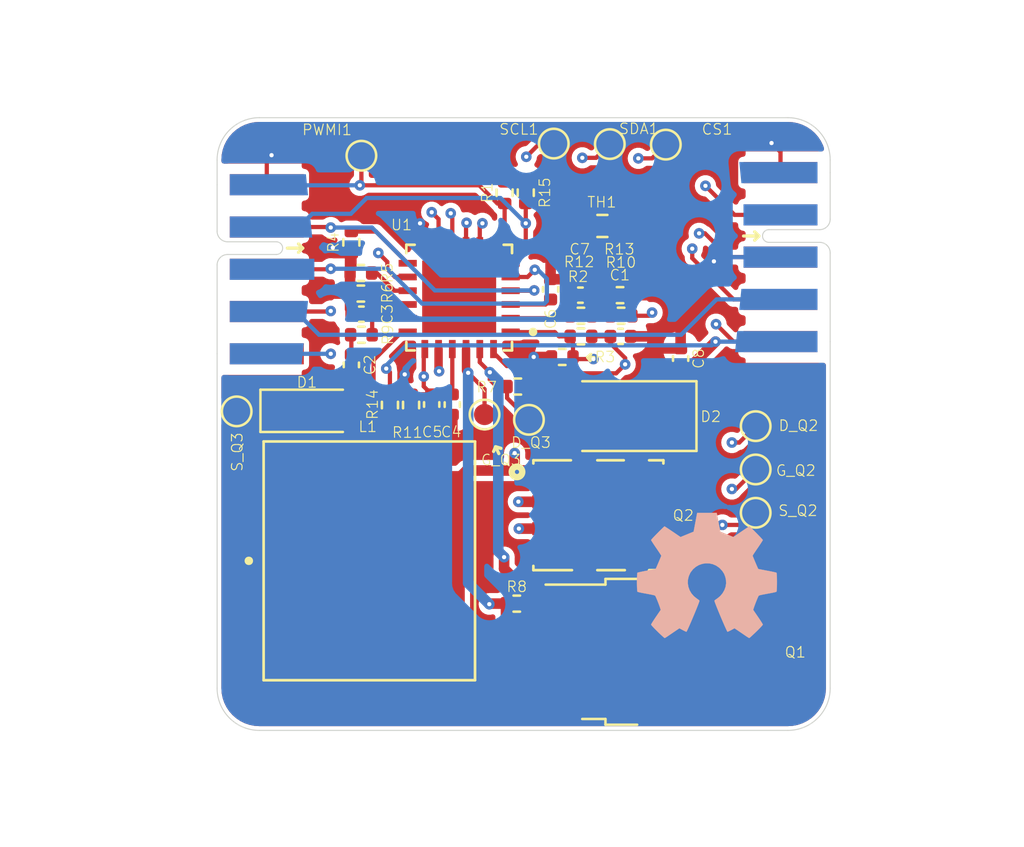
<source format=kicad_pcb>
(kicad_pcb (version 20221018) (generator pcbnew)
  (layers (0 "F.Cu" signal) (1 "In1.Cu" signal) (2 "In2.Cu" signal) (31 "B.Cu" signal) (34 "B.Paste" user) (35 "F.Paste" user) (36 "B.SilkS" user "B.Silkscreen") (37 "F.SilkS" user "F.Silkscreen") (38 "B.Mask" user) (39 "F.Mask" user) (44 "Edge.Cuts" user))
  (net 0 "")
  (net 1 "Net-(U1-COMP)")
  (net 2 "Net-(U1-LDO5)")
  (net 3 "Net-(Q2-S)")
  (net 4 "Net-(U1-LDO1V8)")
  (net 5 "Net-(U1-LDO3V3)")
  (net 6 "GND")
  (net 7 "/implementation/SDA")
  (net 8 "/implementation/SCL")
  (net 9 "/implementation/Enable")
  (net 10 "/implementation/PWMI")
  (net 11 "/implementation/VIN")
  (net 12 "/implementation/CH1")
  (net 13 "/implementation/CH2")
  (net 14 "/implementation/CH3")
  (net 15 "/implementation/CH4")
  (net 16 "/implementation/common_Anode")
  (net 17 "/implementation/Fault")
  (net 18 "Net-(C2-Pad1)")
  (net 19 "Net-(D1-K)")
  (net 21 "Net-(R10-Pad2)")
  (net 23 "Net-(D2-A)")
  (net 26 "3.3V")
  (net 27 "Net-(Q1-D)")
  (net 28 "Net-(Q1-G)")
  (net 29 "Net-(Q2-G)")
  (net 30 "Net-(U1-ISET)")
  (net 31 "Net-(U1-FSW)")
  (net 32 "Net-(U1-SLOPE)")
  (net 33 "Net-(U1-TSNS)")
  (net 34 "Net-(U1-VFB)")
  (footprint "Capacitor_SMD:C_0402_1005Metric" (layer "F.Cu") (at 150.15 103.575 -90)
    (fp_text reference "C5")
    (fp_text value "C_Small")
  )
  (footprint "Resistor_SMD:R_0402_1005Metric" (layer "F.Cu") (at 149.175 103.6 -90)
    (fp_text reference "R11")
    (fp_text value "R_Small")
  )
  (footprint "Capacitor_SMD:C_0402_1005Metric" (layer "F.Cu") (at 146.825 99.3 180)
    (fp_text reference "C3")
    (fp_text value "C_Small")
  )
  (footprint "on_edge:on_edge_2x05_host" (layer "F.Cu") (at 169 96.6 -90)
    (fp_text reference "J2")
    (fp_text value "011_GPIO")
    (fp_line (start -4 0) (end -1.8 0) (stroke (width 0.05)) (layer "Edge.Cuts"))
    (fp_line (start -1.3 0.5) (end -1.3 2.9) (stroke (width 0.05)) (layer "Edge.Cuts"))
    (fp_line (start -0.7 2.9) (end -0.7 0.5) (stroke (width 0.05)) (layer "Edge.Cuts"))
    (fp_line (start -0.2 0) (end 4 0) (stroke (width 0.05)) (layer "Edge.Cuts"))
    (fp_arc (start -1.8 0) (mid -1.446447 0.146447) (end -1.3 0.5) (stroke (width 0.05)) (layer "Edge.Cuts"))
    (fp_arc (start -0.7 0.5) (mid -0.553553 0.146447) (end -0.2 0) (stroke (width 0.05)) (layer "Edge.Cuts"))
    (fp_arc (start -0.7 2.9) (mid -1 3.2) (end -1.3 2.9) (stroke (width 0.05)) (layer "Edge.Cuts"))
  )
  (footprint "TestPoint:TestPoint_Pad_D1.0mm" (layer "F.Cu") (at 152.65 104.05)
    (fp_text reference "G_Q3")
    (fp_text value "TestPoint")
  )
  (footprint "TestPoint:TestPoint_Pad_D1.0mm" (layer "F.Cu") (at 165.475 104.6)
    (fp_text reference "D_Q2")
    (fp_text value "TestPoint")
  )
  (footprint "TestPoint:TestPoint_Pad_D1.0mm" (layer "F.Cu") (at 165.475 108.7)
    (fp_text reference "S_Q2")
    (fp_text value "TestPoint")
  )
  (footprint "Resistor_SMD:R_0402_1005Metric" (layer "F.Cu") (at 154.175 113)
    (fp_text reference "R8")
    (fp_text value "R_Small")
  )
  (footprint "Resistor_SMD:R_0402_1005Metric" (layer "F.Cu") (at 146.825 100.275)
    (fp_text reference "R9")
    (fp_text value "R_Small")
  )
  (footprint "Resistor_SMD:R_0402_1005Metric" (layer "F.Cu") (at 159.11 99.375 180)
    (fp_text reference "R10")
    (fp_text value "2kΩ")
  )
  (footprint "TestPoint:TestPoint_Pad_D1.0mm" (layer "F.Cu") (at 161.225 91.275)
    (fp_text reference "CS1")
    (fp_text value "TestPoint")
  )
  (footprint "Package_TO_SOT_SMD:TO-252-3_TabPin2" (layer "F.Cu") (at 160.84 115.28)
    (fp_text reference "Q1")
    (fp_text value "Q_PMOS_DGS")
  )
  (footprint "Capacitor_SMD:C_0402_1005Metric" (layer "F.Cu") (at 155.775 98.125 90)
    (fp_text reference "C6")
    (fp_text value "1uF")
  )
  (footprint "led_treiber_edgy:IND_XGL1010-332MED" (layer "F.Cu") (at 147.2 110.975)
    (fp_text reference "L1")
    (fp_text value "15uH")
  )
  (footprint "Resistor_SMD:R_0402_1005Metric" (layer "F.Cu") (at 159.06 98.4)
    (fp_text reference "R13")
    (fp_text value "1.1kΩ")
  )
  (footprint "Resistor_SMD:R_0402_1005Metric" (layer "F.Cu") (at 153.6 93.55 -90)
    (fp_text reference "R1")
    (fp_text value "R_Small")
  )
  (footprint "TestPoint:TestPoint_Pad_D1.0mm" (layer "F.Cu") (at 146.825 91.8)
    (fp_text reference "PWMI1")
    (fp_text value "TestPoint")
  )
  (footprint "Capacitor_SMD:C_0402_1005Metric" (layer "F.Cu") (at 161.925 101.4 90)
    (fp_text reference "C8")
    (fp_text value "10uF")
  )
  (footprint "on_edge:on_edge_2x05_device" (layer "F.Cu") (at 140 97.175 -90)
    (fp_text reference "J1")
    (fp_text value "001_I2C")
    (fp_line (start -4 0) (end -1.8 0) (stroke (width 0.05)) (layer "Edge.Cuts"))
    (fp_line (start -1.3 -2.8) (end -1.3 -0.5) (stroke (width 0.05)) (layer "Edge.Cuts"))
    (fp_line (start -0.7 -0.5) (end -0.7 -2.8) (stroke (width 0.05)) (layer "Edge.Cuts"))
    (fp_line (start -0.2 0) (end 4 0) (stroke (width 0.05)) (layer "Edge.Cuts"))
    (fp_arc (start -1.3 -2.8) (mid -1 -3.1) (end -0.7 -2.8) (stroke (width 0.05)) (layer "Edge.Cuts"))
    (fp_arc (start -1.3 -0.5) (mid -1.446447 -0.146447) (end -1.8 0) (stroke (width 0.05)) (layer "Edge.Cuts"))
    (fp_arc (start -0.2 0) (mid -0.553553 -0.146447) (end -0.7 -0.5) (stroke (width 0.05)) (layer "Edge.Cuts"))
  )
  (footprint "TestPoint:TestPoint_Pad_D1.0mm" (layer "F.Cu") (at 158.575 91.25)
    (fp_text reference "SDA1")
    (fp_text value "TestPoint")
  )
  (footprint "Resistor_SMD:R_0402_1005Metric" (layer "F.Cu") (at 146.8 97.35)
    (fp_text reference "R5")
    (fp_text value "62kΩ")
  )
  (footprint "Resistor_SMD:R_0402_1005Metric" (layer "F.Cu") (at 156.325 101.325)
    (fp_text reference "R3")
    (fp_text value "R_Small")
  )
  (footprint "Resistor_SMD:R_0402_1005Metric" (layer "F.Cu") (at 148.175 103.6 -90)
    (fp_text reference "R14")
    (fp_text value "R_Small")
  )
  (footprint "Capacitor_SMD:C_0402_1005Metric" (layer "F.Cu") (at 157.185 98.4)
    (fp_text reference "C7")
    (fp_text value "1uF")
  )
  (footprint "Capacitor_SMD:C_0402_1005Metric" (layer "F.Cu") (at 159.085 100.35)
    (fp_text reference "C1")
    (fp_text value "10uF")
  )
  (footprint "Resistor_SMD:R_0402_1005Metric" (layer "F.Cu") (at 157.21 99.375)
    (fp_text reference "R12")
    (fp_text value "1,8kΩ")
  )
  (footprint "Diode_SMD:D_SMA" (layer "F.Cu") (at 159.275 104.125 180)
    (fp_text reference "D2")
    (fp_text value "D_Schottky")
  )
  (footprint "TestPoint:TestPoint_Pad_D1.0mm" (layer "F.Cu") (at 165.475 106.65)
    (fp_text reference "G_Q2")
    (fp_text value "TestPoint")
  )
  (footprint "TestPoint:TestPoint_Pad_D1.0mm" (layer "F.Cu") (at 154.75 104.3)
    (fp_text reference "D_Q3")
    (fp_text value "TestPoint")
  )
  (footprint "Diode_SMD:D_SOD-123" (layer "F.Cu") (at 144.3 103.875)
    (fp_text reference "D1")
    (fp_text value "D_Schottky")
  )
  (footprint "TestPoint:TestPoint_Pad_D1.0mm" (layer "F.Cu") (at 155.925 91.225)
    (fp_text reference "SCL1")
    (fp_text value "TestPoint")
  )
  (footprint "Resistor_SMD:R_0402_1005Metric" (layer "F.Cu") (at 154.225 102.725 180)
    (fp_text reference "R7")
    (fp_text value "39 mΩ")
  )
  (footprint "Resistor_SMD:R_0402_1005Metric" (layer "F.Cu") (at 157.21 100.35 180)
    (fp_text reference "R2")
    (fp_text value "R_Small")
  )
  (footprint "Resistor_SMD:R_0402_1005Metric" (layer "F.Cu") (at 154.6 93.55 -90)
    (fp_text reference "R15")
    (fp_text value "R_Small")
  )
  (footprint "led_treiber_edgy:TRANS_STL60P4LLF6" (layer "F.Cu") (at 158.035 108.815)
    (fp_text reference "Q2")
    (fp_text value "Q_NMOS_DGS")
  )
  (footprint "Resistor_SMD:R_0402_1005Metric" (layer "F.Cu") (at 146.8 98.325)
    (fp_text reference "R6")
    (fp_text value "R_Small")
  )
  (footprint "TestPoint:TestPoint_Pad_D1.0mm" (layer "F.Cu") (at 140.925 103.9)
    (fp_text reference "S_Q3")
    (fp_text value "TestPoint")
  )
  (footprint "Capacitor_SMD:C_0402_1005Metric" (layer "F.Cu") (at 151.125 103.58 -90)
    (fp_text reference "C4")
    (fp_text value "1uF")
  )
  (footprint "led_treiber_edgy:QFN65P500X500X90-25N" (layer "F.Cu") (at 151.45 98.515 180)
    (fp_text reference "U1")
    (fp_text value "ALED7709ATR")
  )
  (footprint "Capacitor_SMD:C_0402_1005Metric" (layer "F.Cu") (at 146.35 101.7 -90)
    (fp_text reference "C2")
    (fp_text value "C_Small")
  )
  (footprint "Resistor_SMD:R_0603_1608Metric" (layer "F.Cu") (at 158.225 95.125 180)
    (fp_text reference "TH1")
    (fp_text value "10kΩ")
  )
  (footprint "Resistor_SMD:R_0402_1005Metric" (layer "F.Cu") (at 146.35 95.9 90)
    (fp_text reference "R4")
    (fp_text value "6,8kΩ")
  )
  (footprint "Symbol:OSHW-Symbol_6.7x6mm_SilkScreen" (layer "B.Cu") (at 163.18 111.68 180)
    (fp_text reference "LOGO1" hide)
    (fp_text value "Logo_Open_Hardware_Small" hide)
  )
  (gr_line (start 153.175 105.575) (end 153.425 105.65) (stroke (width 0.15)) (layer "F.SilkS"))
  (gr_line (start 153.325 105.9) (end 153.175 105.575) (stroke (width 0.15)) (layer "F.SilkS"))
  (gr_line (start 153.075 105.8) (end 153.175 105.575) (stroke (width 0.15)) (layer "F.SilkS"))
  (gr_line (start 157.675 101.2) (end 157.525 101.3375) (stroke (width 0.15)) (layer "F.SilkS"))
  (gr_line (start 157.525 101.3375) (end 157.825 101.35) (stroke (width 0.15)) (layer "F.SilkS"))
  (gr_line (start 157.525 101.35) (end 157.65 101.5) (stroke (width 0.15)) (layer "F.SilkS"))
  (gr_line (start 153.425 105.65) (end 153.175 105.575) (stroke (width 0.15)) (layer "F.SilkS"))
  (gr_line (start 169 92.6) (end 169 92) (stroke (width 0.05)) (layer "Edge.Cuts"))
  (gr_line (start 142 90) (end 167 90) (stroke (width 0.05)) (layer "Edge.Cuts"))
  (gr_arc (start 169 117) (mid 168.414214 118.414214) (end 167 119) (stroke (width 0.05)) (layer "Edge.Cuts"))
  (gr_line (start 167 119) (end 142 119) (stroke (width 0.05)) (layer "Edge.Cuts"))
  (gr_arc (start 167 90) (mid 168.414214 90.585786) (end 169 92) (stroke (width 0.05)) (layer "Edge.Cuts"))
  (gr_line (start 140 93.175) (end 140 92) (stroke (width 0.05)) (layer "Edge.Cuts"))
  (gr_arc (start 142 119) (mid 140.585786 118.414214) (end 140 117) (stroke (width 0.05)) (layer "Edge.Cuts"))
  (gr_line (start 169 117) (end 169 100.6) (stroke (width 0.05)) (layer "Edge.Cuts"))
  (gr_line (start 140 117) (end 140 101.175) (stroke (width 0.05)) (layer "Edge.Cuts"))
  (gr_arc (start 140 92) (mid 140.585786 90.585786) (end 142 90) (stroke (width 0.05)) (layer "Edge.Cuts"))
  (segment (start 147.305 99.3) (end 147.7 99.3) (width 0.2) (layer "F.Cu") (net 1))
  (segment (start 147.335 99.33) (end 147.305 99.3) (width 0.2) (layer "F.Cu") (net 1))
  (segment (start 147.335 100.275) (end 147.335 99.33) (width 0.2) (layer "F.Cu") (net 1))
  (segment (start 147.89 99.49) (end 149.015 99.49) (width 0.2) (layer "F.Cu") (net 1))
  (segment (start 147.7 99.3) (end 147.89 99.49) (width 0.2) (layer "F.Cu") (net 1))
  (segment (start 151.125 100.95) (end 151.125 103.1) (width 0.2) (layer "F.Cu") (net 2))
  (segment (start 149.775 102.25) (end 149.775 102.72) (width 0.2) (layer "F.Cu") (net 3))
  (segment (start 155.38 109.45) (end 154.275 109.45) (width 0.5) (layer "F.Cu") (net 3))
  (segment (start 150.145 103.09) (end 150.15 103.095) (width 0.2) (layer "F.Cu") (net 3))
  (segment (start 149.775 102.25) (end 149.775 101) (width 0.2) (layer "F.Cu") (net 3))
  (segment (start 163.9 109.275) (end 164.9 109.275) (width 0.2) (layer "F.Cu") (net 3))
  (segment (start 149.775 102.72) (end 150.15 103.095) (width 0.2) (layer "F.Cu") (net 3))
  (segment (start 149.775 101) (end 149.825 100.95) (width 0.2) (layer "F.Cu") (net 3))
  (segment (start 164.9 109.275) (end 165.475 108.7) (width 0.2) (layer "F.Cu") (net 3))
  (segment (start 149.175 103.09) (end 150.145 103.09) (width 0.2) (layer "F.Cu") (net 3))
  (via (at 163.9 109.275) (size 0.5) (drill 0.2) (layers "F.Cu" "B.Cu") (net 3))
  (via (at 154.275 109.45) (size 0.5) (drill 0.2) (layers "F.Cu" "B.Cu") (net 3))
  (via (at 149.775 102.25) (size 0.5) (drill 0.2) (layers "F.Cu" "B.Cu") (net 3))
  (segment (start 153.885 98.84) (end 155.54 98.84) (width 0.2) (layer "F.Cu") (net 4))
  (segment (start 155.54 98.84) (end 155.775 98.605) (width 0.2) (layer "F.Cu") (net 4))
  (segment (start 156.7 98.405) (end 156.705 98.4) (width 0.2) (layer "F.Cu") (net 5))
  (segment (start 153.885 99.49) (end 156.585 99.49) (width 0.2) (layer "F.Cu") (net 5))
  (segment (start 156.7 99.375) (end 156.7 98.405) (width 0.2) (layer "F.Cu") (net 5))
  (segment (start 156.585 99.49) (end 156.7 99.375) (width 0.2) (layer "F.Cu") (net 5))
  (segment (start 146.345 99.3) (end 146.345 98.38) (width 0.2) (layer "F.Cu") (net 6))
  (segment (start 142.35 93.175) (end 142.35 92) (width 0.2) (layer "F.Cu") (net 6))
  (segment (start 146.35 96.41) (end 145.735 96.41) (width 0.2) (layer "F.Cu") (net 6))
  (segment (start 146.35 102.18) (end 146.43 102.18) (width 0.2) (layer "F.Cu") (net 6))
  (segment (start 157.495 97.645) (end 157.665 97.815) (width 0.2) (layer "F.Cu") (net 6))
  (segment (start 146.875 104.8) (end 145.95 103.875) (width 0.2) (layer "F.Cu") (net 6))
  (segment (start 151.12 104.055) (end 151.125 104.06) (width 0.2) (layer "F.Cu") (net 6))
  (segment (start 145.735 96.41) (end 145.475 96.15) (width 0.2) (layer "F.Cu") (net 6))
  (segment (start 155.775 97.645) (end 157.495 97.645) (width 0.2) (layer "F.Cu") (net 6))
  (segment (start 154.975 101.325) (end 155.815 101.325) (width 0.2) (layer "F.Cu") (net 6))
  (segment (start 166.65 92.6) (end 166.65 91.625) (width 0.2) (layer "F.Cu") (net 6))
  (segment (start 149.6 95) (end 149.825 95.225) (width 0.2) (layer "F.Cu") (net 6))
  (segment (start 142.35 92) (end 142.575 91.775) (width 0.2) (layer "F.Cu") (net 6))
  (segment (start 149.775 104.8) (end 146.875 104.8) (width 0.2) (layer "F.Cu") (net 6))
  (segment (start 146.29 98.325) (end 146.29 97.35) (width 0.2) (layer "F.Cu") (net 6))
  (segment (start 149.825 95.225) (end 149.825 96.08) (width 0.2) (layer "F.Cu") (net 6))
  (segment (start 146.35 96.41) (end 146.35 97.29) (width 0.2) (layer "F.Cu") (net 6))
  (segment (start 150.15 104.055) (end 150.15 104.425) (width 0.2) (layer "F.Cu") (net 6))
  (segment (start 146.345 98.38) (end 146.29 98.325) (width 0.2) (layer "F.Cu") (net 6))
  (segment (start 146.875 102.625) (end 146.875 104.8) (width 0.2) (layer "F.Cu") (net 6))
  (segment (start 150.15 104.055) (end 151.12 104.055) (width 0.2) (layer "F.Cu") (net 6))
  (segment (start 146.35 97.29) (end 146.29 97.35) (width 0.2) (layer "F.Cu") (net 6))
  (segment (start 157.665 97.815) (end 157.665 98.4) (width 0.2) (layer "F.Cu") (net 6))
  (segment (start 166.65 91.625) (end 166.225 91.2) (width 0.2) (layer "F.Cu") (net 6))
  (segment (start 150.15 104.425) (end 149.775 104.8) (width 0.2) (layer "F.Cu") (net 6))
  (segment (start 146.43 102.18) (end 146.875 102.625) (width 0.2) (layer "F.Cu") (net 6))
  (via (at 149.6 95) (size 0.5) (drill 0.2) (layers "F.Cu" "B.Cu") (net 6))
  (via (at 166.225 91.2) (size 0.5) (drill 0.2) (layers "F.Cu" "B.Cu") (net 6))
  (via (at 142.575 91.775) (size 0.5) (drill 0.2) (layers "F.Cu" "B.Cu") (net 6))
  (via (at 163.5 96.8) (size 0.5) (drill 0.2) (layers "F.Cu" "B.Cu") (net 6))
  (via (at 145.475 96.15) (size 0.5) (drill 0.2) (layers "F.Cu" "B.Cu") (net 6))
  (via (at 154.975 101.325) (size 0.5) (drill 0.2) (layers "F.Cu" "B.Cu") (net 6))
  (via (at 148.875 102.15) (size 0.5) (drill 0.2) (layers "F.Cu" "B.Cu") (net 6))
  (segment (start 163.7 96.6) (end 166.65 96.6) (width 0.2) (layer "B.Cu") (net 6))
  (segment (start 163.5 96.8) (end 163.7 96.6) (width 0.2) (layer "B.Cu") (net 6))
  (segment (start 142.35 95.175) (end 145.35 95.175) (width 0.2) (layer "F.Cu") (net 7))
  (segment (start 153.885 98.19) (end 154.985 98.19) (width 0.2) (layer "F.Cu") (net 7))
  (segment (start 145.35 95.175) (end 145.375 95.2) (width 0.2) (layer "F.Cu") (net 7))
  (segment (start 157.925 91.9) (end 158.575 91.25) (width 0.2) (layer "F.Cu") (net 7))
  (segment (start 154.985 98.19) (end 155 98.175) (width 0.2) (layer "F.Cu") (net 7))
  (segment (start 157.275 91.9) (end 157.925 91.9) (width 0.2) (layer "F.Cu") (net 7))
  (via (at 155 98.175) (size 0.5) (drill 0.2) (layers "F.Cu" "B.Cu") (net 7))
  (via (at 157.275 91.9) (size 0.5) (drill 0.2) (layers "F.Cu" "B.Cu") (net 7))
  (via (at 145.375 95.2) (size 0.5) (drill 0.2) (layers "F.Cu" "B.Cu") (net 7))
  (segment (start 147.325 95.2) (end 145.375 95.2) (width 0.2) (layer "B.Cu") (net 7))
  (segment (start 150.3 98.175) (end 147.325 95.2) (width 0.2) (layer "B.Cu") (net 7))
  (segment (start 155 98.175) (end 150.3 98.175) (width 0.2) (layer "B.Cu") (net 7))
  (segment (start 153.885 97.54) (end 154.685 97.54) (width 0.2) (layer "F.Cu") (net 8))
  (segment (start 155.925 91.225) (end 155.25 91.225) (width 0.2) (layer "F.Cu") (net 8))
  (segment (start 154.685 97.54) (end 155.025 97.2) (width 0.2) (layer "F.Cu") (net 8))
  (segment (start 155.25 91.225) (end 154.625 91.85) (width 0.2) (layer "F.Cu") (net 8))
  (segment (start 145.35 97.175) (end 145.375 97.15) (width 0.2) (layer "F.Cu") (net 8))
  (segment (start 142.35 97.175) (end 145.35 97.175) (width 0.2) (layer "F.Cu") (net 8))
  (via (at 155.025 97.2) (size 0.5) (drill 0.2) (layers "F.Cu" "B.Cu") (net 8))
  (via (at 154.625 91.85) (size 0.5) (drill 0.2) (layers "F.Cu" "B.Cu") (net 8))
  (via (at 145.375 97.15) (size 0.5) (drill 0.2) (layers "F.Cu" "B.Cu") (net 8))
  (segment (start 155.6 98.675) (end 155.475 98.8) (width 0.2) (layer "B.Cu") (net 8))
  (segment (start 155.475 98.8) (end 149.7 98.8) (width 0.2) (layer "B.Cu") (net 8))
  (segment (start 155.175 97.2) (end 155.6 97.625) (width 0.2) (layer "B.Cu") (net 8))
  (segment (start 148.05 97.15) (end 145.375 97.15) (width 0.2) (layer "B.Cu") (net 8))
  (segment (start 155.025 97.2) (end 155.175 97.2) (width 0.2) (layer "B.Cu") (net 8))
  (segment (start 155.6 97.625) (end 155.6 98.675) (width 0.2) (layer "B.Cu") (net 8))
  (segment (start 149.7 98.8) (end 148.05 97.15) (width 0.2) (layer "B.Cu") (net 8))
  (segment (start 145.35 99.175) (end 145.375 99.15) (width 0.2) (layer "F.Cu") (net 9))
  (segment (start 157.8 101.425) (end 156.935 101.425) (width 0.2) (layer "F.Cu") (net 9))
  (segment (start 156.935 101.425) (end 156.835 101.325) (width 0.2) (layer "F.Cu") (net 9))
  (segment (start 153.895 100.15) (end 153.885 100.14) (width 0.2) (layer "F.Cu") (net 9))
  (segment (start 159.925 91.925) (end 160.575 91.925) (width 0.2) (layer "F.Cu") (net 9))
  (segment (start 156.7 100.35) (end 156.175 100.35) (width 0.2) (layer "F.Cu") (net 9))
  (segment (start 142.35 99.175) (end 145.35 99.175) (width 0.2) (layer "F.Cu") (net 9))
  (segment (start 156.835 101.325) (end 156.835 100.485) (width 0.2) (layer "F.Cu") (net 9))
  (segment (start 156.175 100.35) (end 155.975 100.15) (width 0.2) (layer "F.Cu") (net 9))
  (segment (start 156.835 100.485) (end 156.7 100.35) (width 0.2) (layer "F.Cu") (net 9))
  (segment (start 160.575 91.925) (end 161.225 91.275) (width 0.2) (layer "F.Cu") (net 9))
  (segment (start 155.975 100.15) (end 153.895 100.15) (width 0.2) (layer "F.Cu") (net 9))
  (via (at 157.8 101.425) (size 0.5) (drill 0.2) (layers "F.Cu" "B.Cu") (net 9))
  (via (at 145.375 99.15) (size 0.5) (drill 0.2) (layers "F.Cu" "B.Cu") (net 9))
  (via (at 159.925 91.925) (size 0.5) (drill 0.2) (layers "F.Cu" "B.Cu") (net 9))
  (segment (start 153.26 94.06) (end 152.4 93.2) (width 0.2) (layer "F.Cu") (net 10))
  (segment (start 146.825 93.125) (end 146.75 93.2) (width 0.2) (layer "F.Cu") (net 10))
  (segment (start 153.6 95.5) (end 153.6 94.06) (width 0.2) (layer "F.Cu") (net 10))
  (segment (start 153.6 94.06) (end 153.26 94.06) (width 0.2) (layer "F.Cu") (net 10))
  (segment (start 153.075 96.025) (end 153.6 95.5) (width 0.2) (layer "F.Cu") (net 10))
  (segment (start 146.825 91.8) (end 146.825 93.125) (width 0.2) (layer "F.Cu") (net 10))
  (segment (start 153.075 96.08) (end 153.075 96.025) (width 0.2) (layer "F.Cu") (net 10))
  (segment (start 152.4 93.2) (end 146.75 93.2) (width 0.2) (layer "F.Cu") (net 10))
  (via (at 146.75 93.2) (size 0.5) (drill 0.2) (layers "F.Cu" "B.Cu") (net 10))
  (segment (start 142.425 93.2) (end 142.4 93.175) (width 0.2) (layer "B.Cu") (net 10))
  (segment (start 146.75 93.2) (end 142.425 93.2) (width 0.2) (layer "B.Cu") (net 10))
  (segment (start 158.605 100.68) (end 158.605 100.35) (width 0.2) (layer "F.Cu") (net 11))
  (segment (start 158.875 102.1) (end 155.36 102.1) (width 0.2) (layer "F.Cu") (net 11))
  (segment (start 154.175 101.75) (end 153.7 101.75) (width 0.2) (layer "F.Cu") (net 11))
  (segment (start 159.3 101.375) (end 158.605 100.68) (width 0.2) (layer "F.Cu") (net 11))
  (segment (start 159.3 101.675) (end 158.875 102.1) (width 0.2) (layer "F.Cu") (net 11))
  (segment (start 153.075 101.125) (end 153.075 101) (width 0.2) (layer "F.Cu") (net 11))
  (segment (start 155.36 102.1) (end 154.735 102.725) (width 0.2) (layer "F.Cu") (net 11))
  (segment (start 153.7 101.75) (end 153.075 101.125) (width 0.2) (layer "F.Cu") (net 11))
  (segment (start 159.3 101.675) (end 159.3 101.375) (width 0.2) (layer "F.Cu") (net 11))
  (segment (start 154.635 102.675) (end 154.635 102.56) (width 0.2) (layer "F.Cu") (net 11))
  (segment (start 157.72 100.35) (end 158.605 100.35) (width 0.2) (layer "F.Cu") (net 11))
  (segment (start 154.635 102.21) (end 154.175 101.75) (width 0.2) (layer "F.Cu") (net 11))
  (segment (start 154.635 102.56) (end 154.635 102.21) (width 0.2) (layer "F.Cu") (net 11))
  (segment (start 153.075 101) (end 153.075 100.95) (width 0.2) (layer "F.Cu") (net 11))
  (via (at 145.375 101.175) (size 0.5) (drill 0.2) (layers "F.Cu" "B.Cu") (net 11))
  (via (at 159.3 101.675) (size 0.5) (drill 0.2) (layers "F.Cu" "B.Cu") (net 11))
  (segment (start 142.3 101.175) (end 145.375 101.175) (width 0.2) (layer "B.Cu") (net 11))
  (segment (start 152.425 96.08) (end 152.425 95.125) (width 0.2) (layer "F.Cu") (net 12))
  (segment (start 164.425 100.6) (end 163.6 99.775) (width 0.2) (layer "F.Cu") (net 12))
  (segment (start 152.425 95.125) (end 152.55 95) (width 0.2) (layer "F.Cu") (net 12))
  (segment (start 166.65 100.6) (end 164.425 100.6) (width 0.2) (layer "F.Cu") (net 12))
  (via (at 152.55 95) (size 0.5) (drill 0.2) (layers "F.Cu" "B.Cu") (net 12))
  (via (at 163.6 99.775) (size 0.5) (drill 0.2) (layers "F.Cu" "B.Cu") (net 12))
  (segment (start 151.775 96.08) (end 151.775 95) (width 0.2) (layer "F.Cu") (net 13))
  (segment (start 162.475 96.65) (end 164.425 98.6) (width 0.2) (layer "F.Cu") (net 13))
  (segment (start 162.475 96.2) (end 162.475 96.65) (width 0.2) (layer "F.Cu") (net 13))
  (segment (start 151.775 95) (end 151.8 94.975) (width 0.2) (layer "F.Cu") (net 13))
  (segment (start 164.425 98.6) (end 166.65 98.6) (width 0.2) (layer "F.Cu") (net 13))
  (via (at 162.475 96.2) (size 0.5) (drill 0.2) (layers "F.Cu" "B.Cu") (net 13))
  (via (at 151.8 94.975) (size 0.5) (drill 0.2) (layers "F.Cu" "B.Cu") (net 13))
  (segment (start 163.07458 95.475) (end 164.19958 96.6) (width 0.2) (layer "F.Cu") (net 14))
  (segment (start 162.8 95.475) (end 163.07458 95.475) (width 0.2) (layer "F.Cu") (net 14))
  (segment (start 151.125 96.08) (end 151.125 94.6) (width 0.2) (layer "F.Cu") (net 14))
  (segment (start 151.125 94.6) (end 151.05 94.525) (width 0.2) (layer "F.Cu") (net 14))
  (segment (start 164.19958 96.6) (end 166.65 96.6) (width 0.2) (layer "F.Cu") (net 14))
  (via (at 151.05 94.525) (size 0.5) (drill 0.2) (layers "F.Cu" "B.Cu") (net 14))
  (via (at 162.8 95.475) (size 0.5) (drill 0.2) (layers "F.Cu" "B.Cu") (net 14))
  (segment (start 164.475 94.6) (end 166.65 94.6) (width 0.2) (layer "F.Cu") (net 15))
  (segment (start 150.15 94.475) (end 150.475 94.8) (width 0.2) (layer "F.Cu") (net 15))
  (segment (start 163.1 93.225) (end 164.475 94.6) (width 0.2) (layer "F.Cu") (net 15))
  (segment (start 150.475 94.8) (end 150.475 96.08) (width 0.2) (layer "F.Cu") (net 15))
  (via (at 150.15 94.475) (size 0.5) (drill 0.2) (layers "F.Cu" "B.Cu") (net 15))
  (via (at 163.1 93.225) (size 0.5) (drill 0.2) (layers "F.Cu" "B.Cu") (net 15))
  (segment (start 162.295 101.88) (end 163.575 100.6) (width 0.5) (layer "F.Cu") (net 16))
  (segment (start 161.925 101.88) (end 161.275 102.53) (width 0.5) (layer "F.Cu") (net 16))
  (segment (start 148.175 102.05) (end 148 101.875) (width 0.2) (layer "F.Cu") (net 16))
  (segment (start 161.925 101.88) (end 162.295 101.88) (width 0.5) (layer "F.Cu") (net 16))
  (segment (start 148.175 103.09) (end 148.175 102.05) (width 0.2) (layer "F.Cu") (net 16))
  (segment (start 161.275 102.53) (end 161.275 104.125) (width 0.5) (layer "F.Cu") (net 16))
  (via (at 163.575 100.6) (size 0.5) (drill 0.2) (layers "F.Cu" "B.Cu") (net 16))
  (via (at 148 101.875) (size 0.5) (drill 0.2) (layers "F.Cu" "B.Cu") (net 16))
  (segment (start 163.4 100.775) (end 163.575 100.6) (width 0.2) (layer "B.Cu") (net 16))
  (segment (start 148 101.725) (end 148.95 100.775) (width 0.2) (layer "B.Cu") (net 16))
  (segment (start 148 101.875) (end 148 101.725) (width 0.2) (layer "B.Cu") (net 16))
  (segment (start 148.95 100.775) (end 163.4 100.775) (width 0.2) (layer "B.Cu") (net 16))
  (segment (start 163.575 100.6) (end 166.5 100.6) (width 0.2) (layer "B.Cu") (net 16))
  (segment (start 153.885 96.89) (end 154.6 96.175) (width 0.2) (layer "F.Cu") (net 17))
  (segment (start 154.6 96.175) (end 154.6 94.06) (width 0.2) (layer "F.Cu") (net 17))
  (via (at 154.6 95) (size 0.5) (drill 0.2) (layers "F.Cu" "B.Cu") (net 17))
  (segment (start 146.325 94.55) (end 144.5 94.55) (width 0.2) (layer "B.Cu") (net 17))
  (segment (start 144.5 94.55) (end 143.875 95.175) (width 0.2) (layer "B.Cu") (net 17))
  (segment (start 154.6 95) (end 153.4 93.8) (width 0.2) (layer "B.Cu") (net 17))
  (segment (start 153.4 93.8) (end 147.075 93.8) (width 0.2) (layer "B.Cu") (net 17))
  (segment (start 147.075 93.8) (end 146.325 94.55) (width 0.2) (layer "B.Cu") (net 17))
  (segment (start 143.875 95.175) (end 142.1 95.175) (width 0.2) (layer "B.Cu") (net 17))
  (segment (start 146.35 100.31) (end 146.315 100.275) (width 0.2) (layer "F.Cu") (net 18))
  (segment (start 146.35 101.22) (end 146.35 100.31) (width 0.2) (layer "F.Cu") (net 18))
  (segment (start 143.875 110.975) (end 143.875 114.025) (width 1) (layer "F.Cu") (net 19))
  (segment (start 140.925 103.9) (end 142.625 103.9) (width 0.2) (layer "F.Cu") (net 19))
  (segment (start 142.65 103.875) (end 142.65 106.575) (width 1) (layer "F.Cu") (net 19))
  (segment (start 142.65 106.575) (end 143.875 107.8) (width 1) (layer "F.Cu") (net 19))
  (segment (start 143.875 114.025) (end 147.41 117.56) (width 1) (layer "F.Cu") (net 19))
  (segment (start 147.41 117.56) (end 156.64 117.56) (width 1) (layer "F.Cu") (net 19))
  (segment (start 142.625 103.9) (end 142.65 103.875) (width 0.2) (layer "F.Cu") (net 19))
  (segment (start 143.875 107.8) (end 143.875 110.975) (width 1) (layer "F.Cu") (net 19))
  (segment (start 158.55 98.4) (end 158.55 97.575) (width 0.2) (layer "F.Cu") (net 21))
  (segment (start 158.55 98.4) (end 158.55 99.325) (width 0.2) (layer "F.Cu") (net 21))
  (segment (start 158.55 97.575) (end 159.05 97.075) (width 0.2) (layer "F.Cu") (net 21))
  (segment (start 158.55 99.325) (end 158.6 99.375) (width 0.2) (layer "F.Cu") (net 21))
  (segment (start 158.6 99.375) (end 157.72 99.375) (width 0.2) (layer "F.Cu") (net 21))
  (segment (start 159.05 97.075) (end 159.05 95.125) (width 0.2) (layer "F.Cu") (net 21))
  (segment (start 150.525 107.975) (end 151.8 106.7) (width 0.5) (layer "F.Cu") (net 23))
  (segment (start 155.38 106.91) (end 155.38 106.02) (width 0.5) (layer "F.Cu") (net 23))
  (segment (start 155.17 106.7) (end 155.38 106.91) (width 0.5) (layer "F.Cu") (net 23))
  (segment (start 151.8 106.7) (end 154.025 106.7) (width 0.5) (layer "F.Cu") (net 23))
  (segment (start 164.35 105.375) (end 164.7 105.375) (width 0.2) (layer "F.Cu") (net 23))
  (segment (start 154.075 105.875) (end 154.075 106.65) (width 0.5) (layer "F.Cu") (net 23))
  (segment (start 155.38 106.02) (end 157.275 104.125) (width 0.5) (layer "F.Cu") (net 23))
  (segment (start 154.025 106.7) (end 155.17 106.7) (width 0.5) (layer "F.Cu") (net 23))
  (segment (start 154.075 106.65) (end 154.025 106.7) (width 0.2) (layer "F.Cu") (net 23))
  (segment (start 164.7 105.375) (end 165.475 104.6) (width 0.2) (layer "F.Cu") (net 23))
  (segment (start 150.525 110.975) (end 150.525 107.975) (width 0.5) (layer "F.Cu") (net 23))
  (via (at 154.075 105.875) (size 0.5) (drill 0.2) (layers "F.Cu" "B.Cu") (net 23))
  (via (at 164.35 105.375) (size 0.5) (drill 0.2) (layers "F.Cu" "B.Cu") (net 23))
  (segment (start 143.725 99.175) (end 144.825 100.275) (width 0.2) (layer "B.Cu") (net 26))
  (segment (start 142.4 99.175) (end 143.725 99.175) (width 0.2) (layer "B.Cu") (net 26))
  (segment (start 161.95 100.275) (end 163.625 98.6) (width 0.2) (layer "B.Cu") (net 26))
  (segment (start 144.825 100.275) (end 161.95 100.275) (width 0.2) (layer "B.Cu") (net 26))
  (segment (start 163.625 98.6) (end 166.6 98.6) (width 0.2) (layer "B.Cu") (net 26))
  (segment (start 154.685 113) (end 154.685 112.46) (width 0.5) (layer "F.Cu") (net 27))
  (segment (start 152.425 101.575) (end 152.9 102.05) (width 0.2) (layer "F.Cu") (net 27))
  (segment (start 153.225 102.725) (end 153.715 102.725) (width 0.2) (layer "F.Cu") (net 27))
  (segment (start 153.715 102.725) (end 153.715 103.265) (width 0.2) (layer "F.Cu") (net 27))
  (segment (start 152.9 102.05) (end 152.9 102.4) (width 0.2) (layer "F.Cu") (net 27))
  (segment (start 152.9 102.4) (end 153.225 102.725) (width 0.2) (layer "F.Cu") (net 27))
  (segment (start 152.425 100.95) (end 152.425 101.575) (width 0.2) (layer "F.Cu") (net 27))
  (segment (start 154.685 113) (end 156.64 113) (width 0.2) (layer "F.Cu") (net 27))
  (segment (start 153.715 103.265) (end 154.75 104.3) (width 0.2) (layer "F.Cu") (net 27))
  (segment (start 154.685 112.46) (end 153.575 111.35) (width 0.5) (layer "F.Cu") (net 27))
  (segment (start 153.575 111.35) (end 153.575 110.8) (width 0.5) (layer "F.Cu") (net 27))
  (via (at 153.575 110.8) (size 0.5) (drill 0.2) (layers "F.Cu" "B.Cu") (net 27))
  (via (at 152.9 102.05) (size 0.5) (drill 0.2) (layers "F.Cu" "B.Cu") (net 27))
  (segment (start 153.575 110.8) (end 153.3 110.525) (width 0.5) (layer "B.Cu") (net 27))
  (segment (start 153.3 110.525) (end 153.3 102.45) (width 0.5) (layer "B.Cu") (net 27))
  (segment (start 153.3 102.45) (end 152.9 102.05) (width 0.5) (layer "B.Cu") (net 27))
  (segment (start 156.64 115.28) (end 162.94 115.28) (width 0.5) (layer "F.Cu") (net 28))
  (segment (start 151.775 100.95) (end 151.775 101.975) (width 0.4) (layer "F.Cu") (net 28))
  (segment (start 153.665 113.715) (end 153.665 113) (width 0.5) (layer "F.Cu") (net 28))
  (segment (start 152.9 113) (end 153.665 113) (width 0.5) (layer "F.Cu") (net 28))
  (segment (start 156.64 115.28) (end 155.23 115.28) (width 0.5) (layer "F.Cu") (net 28))
  (segment (start 152.875 113.025) (end 152.9 113) (width 0.2) (layer "F.Cu") (net 28))
  (segment (start 151.775 101.975) (end 151.875 102.075) (width 0.2) (layer "F.Cu") (net 28))
  (segment (start 152.65 102.85) (end 151.875 102.075) (width 0.2) (layer "F.Cu") (net 28))
  (segment (start 155.23 115.28) (end 153.665 113.715) (width 0.5) (layer "F.Cu") (net 28))
  (segment (start 152.65 104.05) (end 152.65 102.85) (width 0.2) (layer "F.Cu") (net 28))
  (via (at 152.875 113.025) (size 0.5) (drill 0.2) (layers "F.Cu" "B.Cu") (net 28))
  (via (at 151.875 102.075) (size 0.5) (drill 0.2) (layers "F.Cu" "B.Cu") (net 28))
  (segment (start 152.875 113.025) (end 151.875 112.025) (width 0.5) (layer "B.Cu") (net 28))
  (segment (start 151.875 112.025) (end 151.875 102.075) (width 0.5) (layer "B.Cu") (net 28))
  (segment (start 164.55 107.575) (end 165.475 106.65) (width 0.2) (layer "F.Cu") (net 29))
  (segment (start 150.5 102) (end 150.475 101.975) (width 0.2) (layer "F.Cu") (net 29))
  (segment (start 150.475 101.975) (end 150.475 100.95) (width 0.4) (layer "F.Cu") (net 29))
  (segment (start 154.255 108.18) (end 154.25 108.175) (width 0.2) (layer "F.Cu") (net 29))
  (segment (start 155.38 108.18) (end 154.255 108.18) (width 0.5) (layer "F.Cu") (net 29))
  (segment (start 164.35 107.575) (end 164.55 107.575) (width 0.2) (layer "F.Cu") (net 29))
  (via (at 164.35 107.575) (size 0.5) (drill 0.2) (layers "F.Cu" "B.Cu") (net 29))
  (via (at 150.5 102) (size 0.5) (drill 0.2) (layers "F.Cu" "B.Cu") (net 29))
  (via (at 154.25 108.175) (size 0.5) (drill 0.2) (layers "F.Cu" "B.Cu") (net 29))
  (segment (start 149.015 96.89) (end 147.515 95.39) (width 0.2) (layer "F.Cu") (net 30))
  (segment (start 147.515 95.39) (end 146.35 95.39) (width 0.2) (layer "F.Cu") (net 30))
  (segment (start 149.015 98.19) (end 148.39 98.19) (width 0.2) (layer "F.Cu") (net 31))
  (segment (start 147.55 97.35) (end 147.31 97.35) (width 0.2) (layer "F.Cu") (net 31))
  (segment (start 148.39 98.19) (end 147.55 97.35) (width 0.2) (layer "F.Cu") (net 31))
  (segment (start 148.3 98.85) (end 147.775 98.325) (width 0.2) (layer "F.Cu") (net 32))
  (segment (start 147.775 98.325) (end 147.31 98.325) (width 0.2) (layer "F.Cu") (net 32))
  (segment (start 149.015 98.84) (end 149.005 98.85) (width 0.2) (layer "F.Cu") (net 32))
  (segment (start 149.005 98.85) (end 148.3 98.85) (width 0.2) (layer "F.Cu") (net 32))
  (segment (start 148.05 97.175) (end 148.05 96.825) (width 0.2) (layer "F.Cu") (net 33))
  (segment (start 148.415 97.54) (end 148.05 97.175) (width 0.2) (layer "F.Cu") (net 33))
  (segment (start 148.05 96.825) (end 147.625 96.4) (width 0.2) (layer "F.Cu") (net 33))
  (segment (start 149.015 97.54) (end 148.415 97.54) (width 0.2) (layer "F.Cu") (net 33))
  (segment (start 159.62 99.375) (end 160.425 99.375) (width 0.2) (layer "F.Cu") (net 33))
  (segment (start 160.425 99.375) (end 160.575 99.225) (width 0.2) (layer "F.Cu") (net 33))
  (via (at 160.575 99.225) (size 0.5) (drill 0.2) (layers "F.Cu" "B.Cu") (net 33))
  (via (at 147.625 96.4) (size 0.5) (drill 0.2) (layers "F.Cu" "B.Cu") (net 33))
  (segment (start 148.175 104.11) (end 147.735 104.11) (width 0.2) (layer "F.Cu") (net 34))
  (segment (start 147.4 101.475) (end 148.735 100.14) (width 0.2) (layer "F.Cu") (net 34))
  (segment (start 147.4 103.775) (end 147.4 101.475) (width 0.2) (layer "F.Cu") (net 34))
  (segment (start 148.175 104.11) (end 149.175 104.11) (width 0.2) (layer "F.Cu") (net 34))
  (segment (start 147.735 104.11) (end 147.4 103.775) (width 0.2) (layer "F.Cu") (net 34))
  (segment (start 148.735 100.14) (end 149.015 100.14) (width 0.2) (layer "F.Cu") (net 34))
  (zone (net 6) (net_name "GND") (layer "F.Cu") (connect_pads (clearance 0.25)) (min_thickness 0.25) (fill yes (thermal_gap 0.5) (thermal_bridge_width 0.5))
    (polygon (pts (xy 134.82 87.54) (xy 173.54 88.12) (xy 173.63 121.68) (xy 134.06 122.08)))
  )
  (zone (net 6) (net_name "GND") (layer "B.Cu") (priority 1) (connect_pads (clearance 0.508)) (min_thickness 0.25) (fill yes (thermal_gap 0.5) (thermal_bridge_width 0.5) (island_removal_mode 1) (island_area_min 10))
    (polygon (pts (xy 132.96 86.84) (xy 174.52 87.49) (xy 175.18 122.01) (xy 132.96 122.5)))
  )
)
</source>
